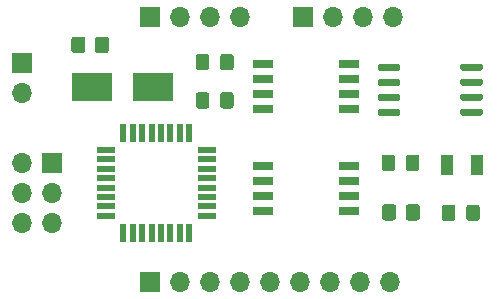
<source format=gts>
%TF.GenerationSoftware,KiCad,Pcbnew,(5.1.9)-1*%
%TF.CreationDate,2022-01-05T00:47:20-06:00*%
%TF.ProjectId,BACEE,42414345-452e-46b6-9963-61645f706362,1*%
%TF.SameCoordinates,Original*%
%TF.FileFunction,Soldermask,Top*%
%TF.FilePolarity,Negative*%
%FSLAX46Y46*%
G04 Gerber Fmt 4.6, Leading zero omitted, Abs format (unit mm)*
G04 Created by KiCad (PCBNEW (5.1.9)-1) date 2022-01-05 00:47:20*
%MOMM*%
%LPD*%
G01*
G04 APERTURE LIST*
%ADD10O,1.700000X1.700000*%
%ADD11R,1.700000X1.700000*%
%ADD12R,1.700000X0.650000*%
%ADD13R,0.550000X1.600000*%
%ADD14R,1.600000X0.550000*%
%ADD15R,1.000000X1.800000*%
%ADD16R,3.500000X2.400000*%
G04 APERTURE END LIST*
D10*
%TO.C,BT1*%
X205550000Y-110236000D03*
D11*
X205550000Y-107696000D03*
%TD*%
%TO.C,C1*%
G36*
G01*
X222310000Y-111321001D02*
X222310000Y-110420999D01*
G75*
G02*
X222559999Y-110171000I249999J0D01*
G01*
X223210001Y-110171000D01*
G75*
G02*
X223460000Y-110420999I0J-249999D01*
G01*
X223460000Y-111321001D01*
G75*
G02*
X223210001Y-111571000I-249999J0D01*
G01*
X222559999Y-111571000D01*
G75*
G02*
X222310000Y-111321001I0J249999D01*
G01*
G37*
G36*
G01*
X220260000Y-111321001D02*
X220260000Y-110420999D01*
G75*
G02*
X220509999Y-110171000I249999J0D01*
G01*
X221160001Y-110171000D01*
G75*
G02*
X221410000Y-110420999I0J-249999D01*
G01*
X221410000Y-111321001D01*
G75*
G02*
X221160001Y-111571000I-249999J0D01*
G01*
X220509999Y-111571000D01*
G75*
G02*
X220260000Y-111321001I0J249999D01*
G01*
G37*
%TD*%
%TO.C,C2*%
G36*
G01*
X220260000Y-108077001D02*
X220260000Y-107176999D01*
G75*
G02*
X220509999Y-106927000I249999J0D01*
G01*
X221160001Y-106927000D01*
G75*
G02*
X221410000Y-107176999I0J-249999D01*
G01*
X221410000Y-108077001D01*
G75*
G02*
X221160001Y-108327000I-249999J0D01*
G01*
X220509999Y-108327000D01*
G75*
G02*
X220260000Y-108077001I0J249999D01*
G01*
G37*
G36*
G01*
X222310000Y-108077001D02*
X222310000Y-107176999D01*
G75*
G02*
X222559999Y-106927000I249999J0D01*
G01*
X223210001Y-106927000D01*
G75*
G02*
X223460000Y-107176999I0J-249999D01*
G01*
X223460000Y-108077001D01*
G75*
G02*
X223210001Y-108327000I-249999J0D01*
G01*
X222559999Y-108327000D01*
G75*
G02*
X222310000Y-108077001I0J249999D01*
G01*
G37*
%TD*%
%TO.C,C3*%
G36*
G01*
X239188000Y-115710999D02*
X239188000Y-116611001D01*
G75*
G02*
X238938001Y-116861000I-249999J0D01*
G01*
X238287999Y-116861000D01*
G75*
G02*
X238038000Y-116611001I0J249999D01*
G01*
X238038000Y-115710999D01*
G75*
G02*
X238287999Y-115461000I249999J0D01*
G01*
X238938001Y-115461000D01*
G75*
G02*
X239188000Y-115710999I0J-249999D01*
G01*
G37*
G36*
G01*
X237138000Y-115710999D02*
X237138000Y-116611001D01*
G75*
G02*
X236888001Y-116861000I-249999J0D01*
G01*
X236237999Y-116861000D01*
G75*
G02*
X235988000Y-116611001I0J249999D01*
G01*
X235988000Y-115710999D01*
G75*
G02*
X236237999Y-115461000I249999J0D01*
G01*
X236888001Y-115461000D01*
G75*
G02*
X237138000Y-115710999I0J-249999D01*
G01*
G37*
%TD*%
%TO.C,D1*%
G36*
G01*
X243147000Y-120846001D02*
X243147000Y-119945999D01*
G75*
G02*
X243396999Y-119696000I249999J0D01*
G01*
X244047001Y-119696000D01*
G75*
G02*
X244297000Y-119945999I0J-249999D01*
G01*
X244297000Y-120846001D01*
G75*
G02*
X244047001Y-121096000I-249999J0D01*
G01*
X243396999Y-121096000D01*
G75*
G02*
X243147000Y-120846001I0J249999D01*
G01*
G37*
G36*
G01*
X241097000Y-120846001D02*
X241097000Y-119945999D01*
G75*
G02*
X241346999Y-119696000I249999J0D01*
G01*
X241997001Y-119696000D01*
G75*
G02*
X242247000Y-119945999I0J-249999D01*
G01*
X242247000Y-120846001D01*
G75*
G02*
X241997001Y-121096000I-249999J0D01*
G01*
X241346999Y-121096000D01*
G75*
G02*
X241097000Y-120846001I0J249999D01*
G01*
G37*
%TD*%
D10*
%TO.C,J1*%
X236728000Y-126238000D03*
X234188000Y-126238000D03*
X231648000Y-126238000D03*
X229108000Y-126238000D03*
X226568000Y-126238000D03*
X224028000Y-126238000D03*
X221488000Y-126238000D03*
X218948000Y-126238000D03*
D11*
X216408000Y-126238000D03*
%TD*%
%TO.C,J2*%
X216408000Y-103822000D03*
D10*
X218948000Y-103822000D03*
X221488000Y-103822000D03*
X224028000Y-103822000D03*
%TD*%
%TO.C,J3*%
X205550000Y-121222000D03*
X208090000Y-121222000D03*
X205550000Y-118682000D03*
X208090000Y-118682000D03*
X205550000Y-116142000D03*
D11*
X208090000Y-116142000D03*
%TD*%
D10*
%TO.C,J4*%
X236982000Y-103822000D03*
X234442000Y-103822000D03*
X231902000Y-103822000D03*
D11*
X229362000Y-103822000D03*
%TD*%
%TO.C,R1*%
G36*
G01*
X238033000Y-120801001D02*
X238033000Y-119900999D01*
G75*
G02*
X238282999Y-119651000I249999J0D01*
G01*
X238983001Y-119651000D01*
G75*
G02*
X239233000Y-119900999I0J-249999D01*
G01*
X239233000Y-120801001D01*
G75*
G02*
X238983001Y-121051000I-249999J0D01*
G01*
X238282999Y-121051000D01*
G75*
G02*
X238033000Y-120801001I0J249999D01*
G01*
G37*
G36*
G01*
X236033000Y-120801001D02*
X236033000Y-119900999D01*
G75*
G02*
X236282999Y-119651000I249999J0D01*
G01*
X236983001Y-119651000D01*
G75*
G02*
X237233000Y-119900999I0J-249999D01*
G01*
X237233000Y-120801001D01*
G75*
G02*
X236983001Y-121051000I-249999J0D01*
G01*
X236282999Y-121051000D01*
G75*
G02*
X236033000Y-120801001I0J249999D01*
G01*
G37*
%TD*%
%TO.C,R2*%
G36*
G01*
X212912000Y-105721999D02*
X212912000Y-106622001D01*
G75*
G02*
X212662001Y-106872000I-249999J0D01*
G01*
X211961999Y-106872000D01*
G75*
G02*
X211712000Y-106622001I0J249999D01*
G01*
X211712000Y-105721999D01*
G75*
G02*
X211961999Y-105472000I249999J0D01*
G01*
X212662001Y-105472000D01*
G75*
G02*
X212912000Y-105721999I0J-249999D01*
G01*
G37*
G36*
G01*
X210912000Y-105721999D02*
X210912000Y-106622001D01*
G75*
G02*
X210662001Y-106872000I-249999J0D01*
G01*
X209961999Y-106872000D01*
G75*
G02*
X209712000Y-106622001I0J249999D01*
G01*
X209712000Y-105721999D01*
G75*
G02*
X209961999Y-105472000I249999J0D01*
G01*
X210662001Y-105472000D01*
G75*
G02*
X210912000Y-105721999I0J-249999D01*
G01*
G37*
%TD*%
%TO.C,U1*%
G36*
G01*
X237544000Y-111737000D02*
X237544000Y-112037000D01*
G75*
G02*
X237394000Y-112187000I-150000J0D01*
G01*
X235794000Y-112187000D01*
G75*
G02*
X235644000Y-112037000I0J150000D01*
G01*
X235644000Y-111737000D01*
G75*
G02*
X235794000Y-111587000I150000J0D01*
G01*
X237394000Y-111587000D01*
G75*
G02*
X237544000Y-111737000I0J-150000D01*
G01*
G37*
G36*
G01*
X237544000Y-110467000D02*
X237544000Y-110767000D01*
G75*
G02*
X237394000Y-110917000I-150000J0D01*
G01*
X235794000Y-110917000D01*
G75*
G02*
X235644000Y-110767000I0J150000D01*
G01*
X235644000Y-110467000D01*
G75*
G02*
X235794000Y-110317000I150000J0D01*
G01*
X237394000Y-110317000D01*
G75*
G02*
X237544000Y-110467000I0J-150000D01*
G01*
G37*
G36*
G01*
X237544000Y-109197000D02*
X237544000Y-109497000D01*
G75*
G02*
X237394000Y-109647000I-150000J0D01*
G01*
X235794000Y-109647000D01*
G75*
G02*
X235644000Y-109497000I0J150000D01*
G01*
X235644000Y-109197000D01*
G75*
G02*
X235794000Y-109047000I150000J0D01*
G01*
X237394000Y-109047000D01*
G75*
G02*
X237544000Y-109197000I0J-150000D01*
G01*
G37*
G36*
G01*
X237544000Y-107927000D02*
X237544000Y-108227000D01*
G75*
G02*
X237394000Y-108377000I-150000J0D01*
G01*
X235794000Y-108377000D01*
G75*
G02*
X235644000Y-108227000I0J150000D01*
G01*
X235644000Y-107927000D01*
G75*
G02*
X235794000Y-107777000I150000J0D01*
G01*
X237394000Y-107777000D01*
G75*
G02*
X237544000Y-107927000I0J-150000D01*
G01*
G37*
G36*
G01*
X244544000Y-107927000D02*
X244544000Y-108227000D01*
G75*
G02*
X244394000Y-108377000I-150000J0D01*
G01*
X242794000Y-108377000D01*
G75*
G02*
X242644000Y-108227000I0J150000D01*
G01*
X242644000Y-107927000D01*
G75*
G02*
X242794000Y-107777000I150000J0D01*
G01*
X244394000Y-107777000D01*
G75*
G02*
X244544000Y-107927000I0J-150000D01*
G01*
G37*
G36*
G01*
X244544000Y-109197000D02*
X244544000Y-109497000D01*
G75*
G02*
X244394000Y-109647000I-150000J0D01*
G01*
X242794000Y-109647000D01*
G75*
G02*
X242644000Y-109497000I0J150000D01*
G01*
X242644000Y-109197000D01*
G75*
G02*
X242794000Y-109047000I150000J0D01*
G01*
X244394000Y-109047000D01*
G75*
G02*
X244544000Y-109197000I0J-150000D01*
G01*
G37*
G36*
G01*
X244544000Y-110467000D02*
X244544000Y-110767000D01*
G75*
G02*
X244394000Y-110917000I-150000J0D01*
G01*
X242794000Y-110917000D01*
G75*
G02*
X242644000Y-110767000I0J150000D01*
G01*
X242644000Y-110467000D01*
G75*
G02*
X242794000Y-110317000I150000J0D01*
G01*
X244394000Y-110317000D01*
G75*
G02*
X244544000Y-110467000I0J-150000D01*
G01*
G37*
G36*
G01*
X244544000Y-111737000D02*
X244544000Y-112037000D01*
G75*
G02*
X244394000Y-112187000I-150000J0D01*
G01*
X242794000Y-112187000D01*
G75*
G02*
X242644000Y-112037000I0J150000D01*
G01*
X242644000Y-111737000D01*
G75*
G02*
X242794000Y-111587000I150000J0D01*
G01*
X244394000Y-111587000D01*
G75*
G02*
X244544000Y-111737000I0J-150000D01*
G01*
G37*
%TD*%
D12*
%TO.C,U2*%
X225966000Y-116459000D03*
X225966000Y-117729000D03*
X225966000Y-118999000D03*
X225966000Y-120269000D03*
X233266000Y-120269000D03*
X233266000Y-118999000D03*
X233266000Y-117729000D03*
X233266000Y-116459000D03*
%TD*%
%TO.C,U3*%
X233266000Y-107823000D03*
X233266000Y-109093000D03*
X233266000Y-110363000D03*
X233266000Y-111633000D03*
X225966000Y-111633000D03*
X225966000Y-110363000D03*
X225966000Y-109093000D03*
X225966000Y-107823000D03*
%TD*%
D13*
%TO.C,U4*%
X214116000Y-113606000D03*
X214916000Y-113606000D03*
X215716000Y-113606000D03*
X216516000Y-113606000D03*
X217316000Y-113606000D03*
X218116000Y-113606000D03*
X218916000Y-113606000D03*
X219716000Y-113606000D03*
D14*
X221166000Y-115056000D03*
X221166000Y-115856000D03*
X221166000Y-116656000D03*
X221166000Y-117456000D03*
X221166000Y-118256000D03*
X221166000Y-119056000D03*
X221166000Y-119856000D03*
X221166000Y-120656000D03*
D13*
X219716000Y-122106000D03*
X218916000Y-122106000D03*
X218116000Y-122106000D03*
X217316000Y-122106000D03*
X216516000Y-122106000D03*
X215716000Y-122106000D03*
X214916000Y-122106000D03*
X214116000Y-122106000D03*
D14*
X212666000Y-120656000D03*
X212666000Y-119856000D03*
X212666000Y-119056000D03*
X212666000Y-118256000D03*
X212666000Y-117456000D03*
X212666000Y-116656000D03*
X212666000Y-115856000D03*
X212666000Y-115056000D03*
%TD*%
D15*
%TO.C,Y1*%
X241552000Y-116366000D03*
X244052000Y-116366000D03*
%TD*%
D16*
%TO.C,Y2*%
X216662000Y-109728000D03*
X211462000Y-109728000D03*
%TD*%
M02*

</source>
